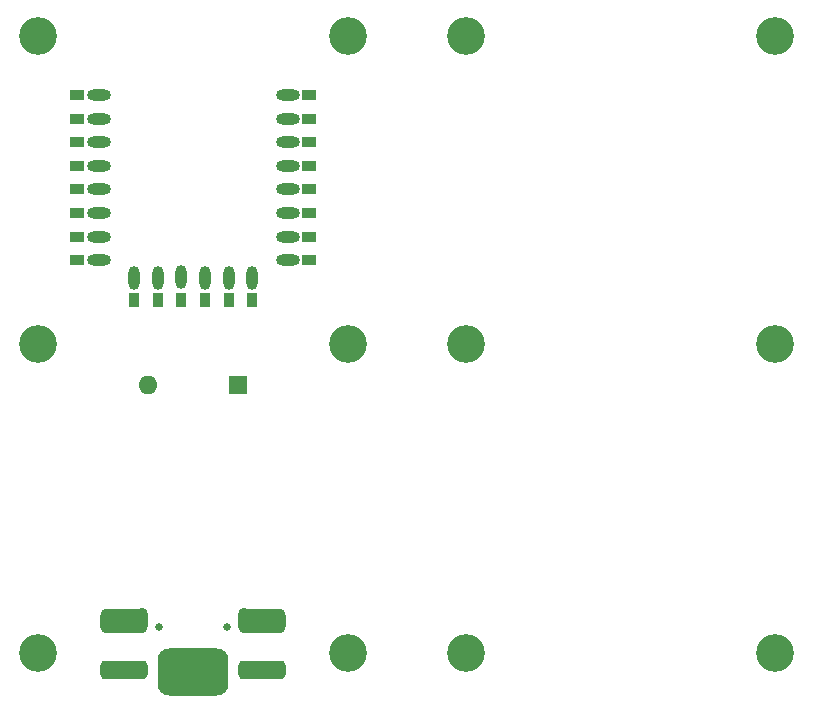
<source format=gbr>
%TF.GenerationSoftware,KiCad,Pcbnew,6.0.11+dfsg-1~bpo11+1*%
%TF.CreationDate,2023-07-13T21:31:00-04:00*%
%TF.ProjectId,ESP12,45535031-322e-46b6-9963-61645f706362,rev?*%
%TF.SameCoordinates,Original*%
%TF.FileFunction,Soldermask,Bot*%
%TF.FilePolarity,Negative*%
%FSLAX46Y46*%
G04 Gerber Fmt 4.6, Leading zero omitted, Abs format (unit mm)*
G04 Created by KiCad (PCBNEW 6.0.11+dfsg-1~bpo11+1) date 2023-07-13 21:31:00*
%MOMM*%
%LPD*%
G01*
G04 APERTURE LIST*
G04 Aperture macros list*
%AMRoundRect*
0 Rectangle with rounded corners*
0 $1 Rounding radius*
0 $2 $3 $4 $5 $6 $7 $8 $9 X,Y pos of 4 corners*
0 Add a 4 corners polygon primitive as box body*
4,1,4,$2,$3,$4,$5,$6,$7,$8,$9,$2,$3,0*
0 Add four circle primitives for the rounded corners*
1,1,$1+$1,$2,$3*
1,1,$1+$1,$4,$5*
1,1,$1+$1,$6,$7*
1,1,$1+$1,$8,$9*
0 Add four rect primitives between the rounded corners*
20,1,$1+$1,$2,$3,$4,$5,0*
20,1,$1+$1,$4,$5,$6,$7,0*
20,1,$1+$1,$6,$7,$8,$9,0*
20,1,$1+$1,$8,$9,$2,$3,0*%
G04 Aperture macros list end*
%ADD10C,3.200000*%
%ADD11C,0.650000*%
%ADD12RoundRect,0.525000X-1.475000X-0.525000X1.475000X-0.525000X1.475000X0.525000X-1.475000X0.525000X0*%
%ADD13O,1.000000X2.100000*%
%ADD14RoundRect,0.400000X-1.600000X-0.400000X1.600000X-0.400000X1.600000X0.400000X-1.600000X0.400000X0*%
%ADD15O,1.000000X1.600000*%
%ADD16RoundRect,1.000000X2.000000X1.000000X-2.000000X1.000000X-2.000000X-1.000000X2.000000X-1.000000X0*%
%ADD17R,1.600000X1.600000*%
%ADD18O,1.600000X1.600000*%
%ADD19R,1.300000X0.900000*%
%ADD20O,2.000000X0.950000*%
%ADD21O,0.950000X2.000000*%
%ADD22R,0.900000X1.300000*%
G04 APERTURE END LIST*
D10*
%TO.C,REF\u002A\u002A*%
X163108000Y-67919546D03*
%TD*%
%TO.C,REF\u002A\u002A*%
X136892000Y-120139455D03*
%TD*%
D11*
%TO.C,J1*%
X147110000Y-117947455D03*
X152890000Y-117947455D03*
D12*
X144153035Y-117429250D03*
D13*
X154320000Y-117417455D03*
D14*
X144153035Y-121597455D03*
D15*
X154320000Y-121597455D03*
X145680000Y-121597455D03*
D13*
X145680000Y-117417455D03*
D14*
X155846965Y-121597455D03*
D16*
X150000000Y-121817455D03*
D12*
X155846965Y-117429250D03*
%TD*%
D10*
%TO.C,REF\u002A\u002A*%
X199288000Y-94029455D03*
%TD*%
D17*
%TO.C,SW2*%
X153810000Y-97500000D03*
D18*
X146190000Y-97500000D03*
%TD*%
D10*
%TO.C,REF\u002A\u002A*%
X163108000Y-120139455D03*
%TD*%
%TO.C,REF\u002A\u002A*%
X173072000Y-120139455D03*
%TD*%
%TO.C,REF\u002A\u002A*%
X136892000Y-94029455D03*
%TD*%
%TO.C,REF\u002A\u002A*%
X173072000Y-67919546D03*
%TD*%
%TO.C,REF\u002A\u002A*%
X173072000Y-94029455D03*
%TD*%
%TO.C,REF\u002A\u002A*%
X136892000Y-67919546D03*
%TD*%
%TO.C,REF\u002A\u002A*%
X199288000Y-67919546D03*
%TD*%
%TO.C,REF\u002A\u002A*%
X199288000Y-120139455D03*
%TD*%
D19*
%TO.C,Um1*%
X140150000Y-72923046D03*
D20*
X142000000Y-72923046D03*
X142000000Y-74923046D03*
D19*
X140150000Y-74923046D03*
X140150000Y-76923046D03*
D20*
X142000000Y-76923046D03*
D19*
X140150000Y-78923046D03*
D20*
X142000000Y-78923046D03*
X142000000Y-80923046D03*
D19*
X140150000Y-80923046D03*
X140150000Y-82923046D03*
D20*
X142000000Y-82923046D03*
D19*
X140150000Y-84923046D03*
D20*
X142000000Y-84923046D03*
X142000000Y-86923046D03*
D19*
X140150000Y-86923046D03*
D20*
X158000000Y-86923046D03*
D19*
X159850000Y-86923046D03*
X159850000Y-84923046D03*
D20*
X158000000Y-84923046D03*
D19*
X159850000Y-82923046D03*
D20*
X158000000Y-82923046D03*
D19*
X159850000Y-80923046D03*
D20*
X158000000Y-80923046D03*
X158000000Y-78923046D03*
D19*
X159850000Y-78923046D03*
D20*
X158000000Y-76923046D03*
D19*
X159850000Y-76923046D03*
D20*
X158000000Y-74923046D03*
D19*
X159850000Y-74923046D03*
D20*
X158000000Y-72923046D03*
D19*
X159850000Y-72923046D03*
D21*
X145000000Y-88408046D03*
D22*
X145000000Y-90258046D03*
D21*
X147000000Y-88408046D03*
D22*
X147000000Y-90258046D03*
X149000000Y-90258046D03*
D21*
X149000000Y-88358046D03*
X151000000Y-88408046D03*
D22*
X151000000Y-90258046D03*
D21*
X153000000Y-88408046D03*
D22*
X153000000Y-90258046D03*
X155000000Y-90258046D03*
D21*
X155000000Y-88408046D03*
%TD*%
D10*
%TO.C,REF\u002A\u002A*%
X163108000Y-94029455D03*
%TD*%
M02*

</source>
